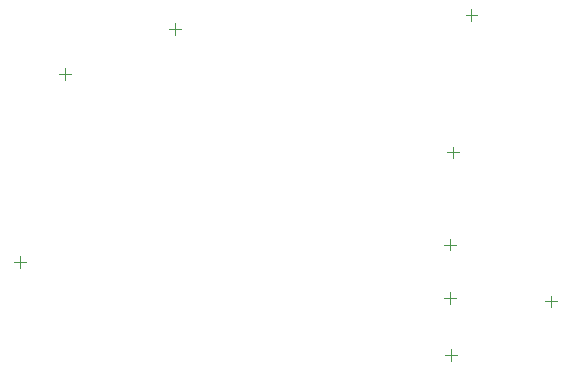
<source format=gbr>
G04*
G04 #@! TF.GenerationSoftware,Altium Limited,Altium Designer,22.4.2 (48)*
G04*
G04 Layer_Color=0*
%FSLAX44Y44*%
%MOMM*%
G71*
G04*
G04 #@! TF.SameCoordinates,526C220A-A096-4E3C-8F2C-01EC2D9484EB*
G04*
G04*
G04 #@! TF.FilePolarity,Positive*
G04*
G01*
G75*
%ADD38C,0.1000*%
D38*
X48250Y155000D02*
X58250D01*
X53250Y150000D02*
Y160000D01*
X415000Y247500D02*
X425000D01*
X420000Y242500D02*
Y252500D01*
X497990Y121320D02*
X507990D01*
X502990Y116320D02*
Y126320D01*
X412750Y76250D02*
X422750D01*
X417750Y71250D02*
Y81250D01*
X179220Y352300D02*
X189220D01*
X184220Y347300D02*
Y357300D01*
X91510Y309200D02*
Y319200D01*
X86510Y314200D02*
X96510D01*
X435360Y358530D02*
Y368530D01*
X430360Y363530D02*
X440360D01*
X417250Y164500D02*
Y174500D01*
X412250Y169500D02*
X422250D01*
X417250Y119000D02*
Y129000D01*
X412250Y124000D02*
X422250D01*
M02*

</source>
